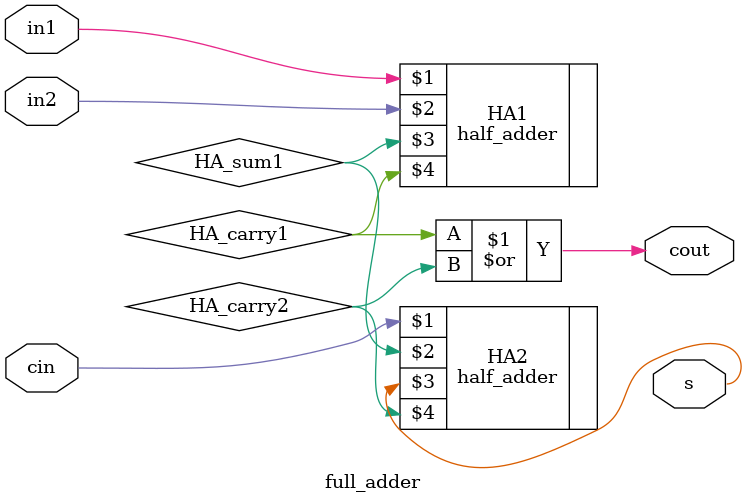
<source format=v>
`include "HalfAdder.v"
module full_adder(in1,in2,s,cin,cout);
 input in1,in2,cin;
 output s,cout;
 wire HA_sum1,HA_carry1,HA_carry2;

 half_adder HA1(in1,in2,HA_sum1,HA_carry1);
 half_adder HA2 (cin,HA_sum1,s,HA_carry2);

 assign cout=HA_carry1|HA_carry2;

endmodule


</source>
